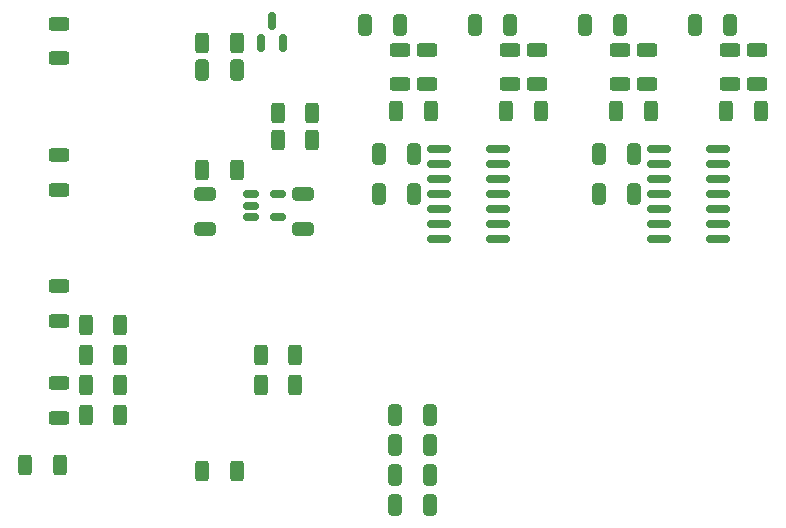
<source format=gbr>
%TF.GenerationSoftware,KiCad,Pcbnew,9.0.0*%
%TF.CreationDate,2025-04-18T19:56:47-04:00*%
%TF.ProjectId,TEMP_ctrl,54454d50-5f63-4747-926c-2e6b69636164,rev?*%
%TF.SameCoordinates,Original*%
%TF.FileFunction,Paste,Top*%
%TF.FilePolarity,Positive*%
%FSLAX46Y46*%
G04 Gerber Fmt 4.6, Leading zero omitted, Abs format (unit mm)*
G04 Created by KiCad (PCBNEW 9.0.0) date 2025-04-18 19:56:47*
%MOMM*%
%LPD*%
G01*
G04 APERTURE LIST*
G04 Aperture macros list*
%AMRoundRect*
0 Rectangle with rounded corners*
0 $1 Rounding radius*
0 $2 $3 $4 $5 $6 $7 $8 $9 X,Y pos of 4 corners*
0 Add a 4 corners polygon primitive as box body*
4,1,4,$2,$3,$4,$5,$6,$7,$8,$9,$2,$3,0*
0 Add four circle primitives for the rounded corners*
1,1,$1+$1,$2,$3*
1,1,$1+$1,$4,$5*
1,1,$1+$1,$6,$7*
1,1,$1+$1,$8,$9*
0 Add four rect primitives between the rounded corners*
20,1,$1+$1,$2,$3,$4,$5,0*
20,1,$1+$1,$4,$5,$6,$7,0*
20,1,$1+$1,$6,$7,$8,$9,0*
20,1,$1+$1,$8,$9,$2,$3,0*%
G04 Aperture macros list end*
%ADD10RoundRect,0.250000X0.325000X0.650000X-0.325000X0.650000X-0.325000X-0.650000X0.325000X-0.650000X0*%
%ADD11RoundRect,0.248889X0.311111X0.626111X-0.311111X0.626111X-0.311111X-0.626111X0.311111X-0.626111X0*%
%ADD12RoundRect,0.248889X-0.311111X-0.626111X0.311111X-0.626111X0.311111X0.626111X-0.311111X0.626111X0*%
%ADD13RoundRect,0.250000X-0.325000X-0.650000X0.325000X-0.650000X0.325000X0.650000X-0.325000X0.650000X0*%
%ADD14RoundRect,0.150000X-0.825000X-0.150000X0.825000X-0.150000X0.825000X0.150000X-0.825000X0.150000X0*%
%ADD15RoundRect,0.248889X0.626111X-0.311111X0.626111X0.311111X-0.626111X0.311111X-0.626111X-0.311111X0*%
%ADD16RoundRect,0.248889X-0.626111X0.311111X-0.626111X-0.311111X0.626111X-0.311111X0.626111X0.311111X0*%
%ADD17RoundRect,0.150000X-0.512500X-0.150000X0.512500X-0.150000X0.512500X0.150000X-0.512500X0.150000X0*%
%ADD18RoundRect,0.250000X-0.650000X0.325000X-0.650000X-0.325000X0.650000X-0.325000X0.650000X0.325000X0*%
%ADD19RoundRect,0.150000X0.150000X-0.587500X0.150000X0.587500X-0.150000X0.587500X-0.150000X-0.587500X0*%
G04 APERTURE END LIST*
D10*
%TO.C,C11*%
X177166667Y-98250000D03*
X174206667Y-98250000D03*
%TD*%
D11*
%TO.C,R9*%
X170476667Y-105500000D03*
X167556667Y-105500000D03*
%TD*%
D12*
%TO.C,R18*%
X141810000Y-99750000D03*
X144730000Y-99750000D03*
%TD*%
D13*
%TO.C,C6*%
X158100000Y-131240000D03*
X161060000Y-131240000D03*
%TD*%
D14*
%TO.C,U1*%
X161879167Y-108767500D03*
X161879167Y-110037500D03*
X161879167Y-111307500D03*
X161879167Y-112577500D03*
X161879167Y-113847500D03*
X161879167Y-115117500D03*
X161879167Y-116387500D03*
X166829167Y-116387500D03*
X166829167Y-115117500D03*
X166829167Y-113847500D03*
X166829167Y-112577500D03*
X166829167Y-111307500D03*
X166829167Y-110037500D03*
X166829167Y-108767500D03*
%TD*%
D13*
%TO.C,C7*%
X158100000Y-133780000D03*
X161060000Y-133780000D03*
%TD*%
%TO.C,C9*%
X158100000Y-138860000D03*
X161060000Y-138860000D03*
%TD*%
%TO.C,C8*%
X158100000Y-136320000D03*
X161060000Y-136320000D03*
%TD*%
D11*
%TO.C,R17*%
X189110000Y-105500000D03*
X186190000Y-105500000D03*
%TD*%
D15*
%TO.C,R24*%
X129700000Y-123291667D03*
X129700000Y-120371667D03*
%TD*%
D16*
%TO.C,R13*%
X179475000Y-100340000D03*
X179475000Y-103260000D03*
%TD*%
D17*
%TO.C,U3*%
X145937500Y-112587500D03*
X145937500Y-113537500D03*
X145937500Y-114487500D03*
X148212500Y-114487500D03*
X148212500Y-112587500D03*
%TD*%
D16*
%TO.C,R8*%
X170150000Y-100340000D03*
X170150000Y-103260000D03*
%TD*%
D10*
%TO.C,C2*%
X159755000Y-112577500D03*
X156795000Y-112577500D03*
%TD*%
D11*
%TO.C,R4*%
X161160000Y-105500000D03*
X158240000Y-105500000D03*
%TD*%
D16*
%TO.C,R3*%
X160850000Y-100340000D03*
X160850000Y-103260000D03*
%TD*%
%TO.C,R25*%
X129700000Y-128560000D03*
X129700000Y-131480000D03*
%TD*%
D11*
%TO.C,R28*%
X149660000Y-128700000D03*
X146740000Y-128700000D03*
%TD*%
D12*
%TO.C,R5*%
X148212500Y-107975000D03*
X151132500Y-107975000D03*
%TD*%
D11*
%TO.C,R6*%
X151132500Y-105675000D03*
X148212500Y-105675000D03*
%TD*%
%TO.C,R19*%
X134860000Y-123620000D03*
X131940000Y-123620000D03*
%TD*%
D15*
%TO.C,R23*%
X129700000Y-101075000D03*
X129700000Y-98155000D03*
%TD*%
D18*
%TO.C,C10*%
X142000000Y-112587500D03*
X142000000Y-115547500D03*
%TD*%
D10*
%TO.C,C15*%
X144730000Y-102050000D03*
X141770000Y-102050000D03*
%TD*%
D16*
%TO.C,R12*%
X186475000Y-100340000D03*
X186475000Y-103260000D03*
%TD*%
D11*
%TO.C,R20*%
X134860000Y-126160000D03*
X131940000Y-126160000D03*
%TD*%
D19*
%TO.C,Q3*%
X146750000Y-99750000D03*
X148650000Y-99750000D03*
X147700000Y-97875000D03*
%TD*%
D16*
%TO.C,R11*%
X177166667Y-100340000D03*
X177166667Y-103260000D03*
%TD*%
D10*
%TO.C,C13*%
X158550000Y-98250000D03*
X155590000Y-98250000D03*
%TD*%
%TO.C,C3*%
X178380000Y-112577500D03*
X175420000Y-112577500D03*
%TD*%
D11*
%TO.C,R22*%
X134860000Y-131240000D03*
X131940000Y-131240000D03*
%TD*%
D15*
%TO.C,R26*%
X129700000Y-112183333D03*
X129700000Y-109263333D03*
%TD*%
D11*
%TO.C,R21*%
X134860000Y-128700000D03*
X131940000Y-128700000D03*
%TD*%
D12*
%TO.C,R10*%
X141815000Y-110500000D03*
X144735000Y-110500000D03*
%TD*%
D10*
%TO.C,C12*%
X186475000Y-98250000D03*
X183515000Y-98250000D03*
%TD*%
D12*
%TO.C,R1*%
X141815000Y-136000000D03*
X144735000Y-136000000D03*
%TD*%
D14*
%TO.C,U4*%
X180500000Y-108767500D03*
X180500000Y-110037500D03*
X180500000Y-111307500D03*
X180500000Y-112577500D03*
X180500000Y-113847500D03*
X180500000Y-115117500D03*
X180500000Y-116387500D03*
X185450000Y-116387500D03*
X185450000Y-115117500D03*
X185450000Y-113847500D03*
X185450000Y-112577500D03*
X185450000Y-111307500D03*
X185450000Y-110037500D03*
X185450000Y-108767500D03*
%TD*%
D16*
%TO.C,R14*%
X188800000Y-100340000D03*
X188800000Y-103260000D03*
%TD*%
D12*
%TO.C,R15*%
X126830000Y-135500000D03*
X129750000Y-135500000D03*
%TD*%
D11*
%TO.C,R16*%
X179793333Y-105500000D03*
X176873333Y-105500000D03*
%TD*%
D18*
%TO.C,C1*%
X150350000Y-112587500D03*
X150350000Y-115547500D03*
%TD*%
D10*
%TO.C,C14*%
X167858333Y-98250000D03*
X164898333Y-98250000D03*
%TD*%
D13*
%TO.C,C4*%
X156795000Y-109150000D03*
X159755000Y-109150000D03*
%TD*%
D16*
%TO.C,R2*%
X158550000Y-100340000D03*
X158550000Y-103260000D03*
%TD*%
%TO.C,R7*%
X167858333Y-100340000D03*
X167858333Y-103260000D03*
%TD*%
D11*
%TO.C,R27*%
X149660000Y-126160000D03*
X146740000Y-126160000D03*
%TD*%
D13*
%TO.C,C5*%
X175420000Y-109150000D03*
X178380000Y-109150000D03*
%TD*%
M02*

</source>
